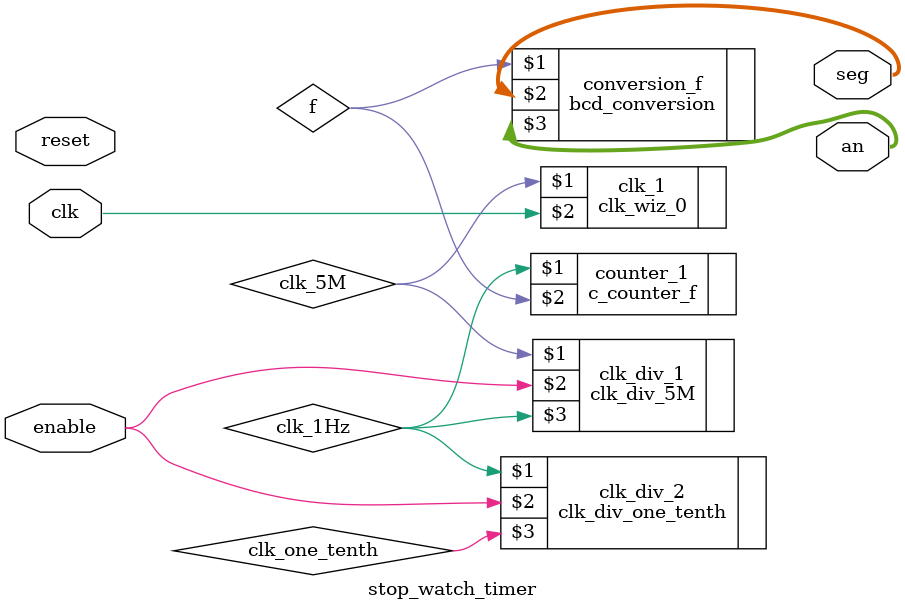
<source format=v>
`timescale 1ns / 1ps


module stop_watch_timer(
    input reset,
    input enable,
    input clk,
    output [7:0] an,
    output [7:0] seg
    );
    
    clk_wiz_0 clk_1(clk_5M, clk);

            
    clk_div_5M clk_div_1(clk_5M, enable, clk_1Hz);
    
    clk_div_one_tenth clk_div_2(clk_1Hz, enable, clk_one_tenth);
    
    c_counter_f counter_1(clk_1Hz,f);
    
    bcd_conversion conversion_f(f,seg,an);
    
endmodule
</source>
